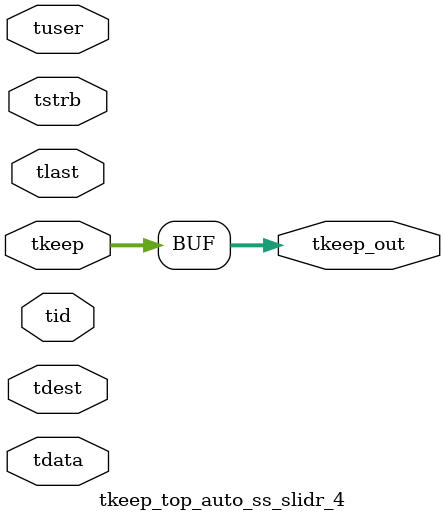
<source format=v>


`timescale 1ps/1ps

module tkeep_top_auto_ss_slidr_4 #
(
parameter C_S_AXIS_TDATA_WIDTH = 32,
parameter C_S_AXIS_TUSER_WIDTH = 0,
parameter C_S_AXIS_TID_WIDTH   = 0,
parameter C_S_AXIS_TDEST_WIDTH = 0,
parameter C_M_AXIS_TDATA_WIDTH = 32
)
(
input  [(C_S_AXIS_TDATA_WIDTH == 0 ? 1 : C_S_AXIS_TDATA_WIDTH)-1:0     ] tdata,
input  [(C_S_AXIS_TUSER_WIDTH == 0 ? 1 : C_S_AXIS_TUSER_WIDTH)-1:0     ] tuser,
input  [(C_S_AXIS_TID_WIDTH   == 0 ? 1 : C_S_AXIS_TID_WIDTH)-1:0       ] tid,
input  [(C_S_AXIS_TDEST_WIDTH == 0 ? 1 : C_S_AXIS_TDEST_WIDTH)-1:0     ] tdest,
input  [(C_S_AXIS_TDATA_WIDTH/8)-1:0 ] tkeep,
input  [(C_S_AXIS_TDATA_WIDTH/8)-1:0 ] tstrb,
input                                                                    tlast,
output [(C_M_AXIS_TDATA_WIDTH/8)-1:0 ] tkeep_out
);

assign tkeep_out = {tkeep[3:0]};

endmodule


</source>
